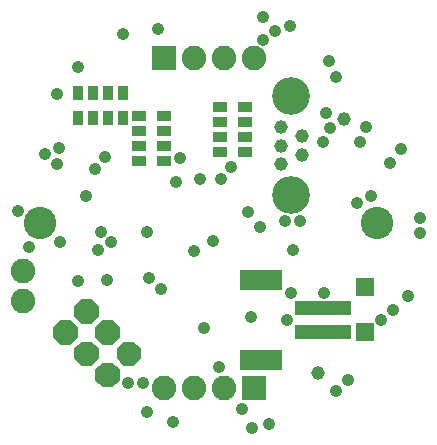
<source format=gbs>
G75*
G70*
%OFA0B0*%
%FSLAX24Y24*%
%IPPOS*%
%LPD*%
%AMOC8*
5,1,8,0,0,1.08239X$1,22.5*
%
%ADD10C,0.1080*%
%ADD11C,0.0820*%
%ADD12R,0.1891X0.0474*%
%ADD13R,0.1419X0.0710*%
%ADD14R,0.0631X0.0631*%
%ADD15C,0.0164*%
%ADD16C,0.0456*%
%ADD17C,0.1261*%
%ADD18R,0.0513X0.0375*%
%ADD19R,0.0375X0.0513*%
%ADD20R,0.0820X0.0820*%
%ADD21C,0.0420*%
D10*
X021890Y028500D03*
X033110Y028500D03*
D11*
X028000Y023000D03*
X027000Y023000D03*
X026000Y023000D03*
X021300Y025900D03*
X021300Y026900D03*
X027000Y034000D03*
X028000Y034000D03*
X029000Y034000D03*
D12*
X031307Y025644D03*
X031307Y024856D03*
D13*
X029259Y023911D03*
X029259Y026589D03*
D14*
X032700Y026348D03*
X032700Y024852D03*
D15*
X024875Y023898D02*
X024957Y023816D01*
X024685Y023816D01*
X024494Y024007D01*
X024494Y024279D01*
X024685Y024470D01*
X024957Y024470D01*
X025148Y024279D01*
X025148Y024007D01*
X024957Y023816D01*
X024906Y023939D01*
X024736Y023939D01*
X024617Y024058D01*
X024617Y024228D01*
X024736Y024347D01*
X024906Y024347D01*
X025025Y024228D01*
X025025Y024058D01*
X024906Y023939D01*
X024855Y024062D01*
X024787Y024062D01*
X024740Y024109D01*
X024740Y024177D01*
X024787Y024224D01*
X024855Y024224D01*
X024902Y024177D01*
X024902Y024109D01*
X024855Y024062D01*
X024168Y023191D02*
X024250Y023109D01*
X023978Y023109D01*
X023787Y023300D01*
X023787Y023572D01*
X023978Y023763D01*
X024250Y023763D01*
X024441Y023572D01*
X024441Y023300D01*
X024250Y023109D01*
X024199Y023232D01*
X024029Y023232D01*
X023910Y023351D01*
X023910Y023521D01*
X024029Y023640D01*
X024199Y023640D01*
X024318Y023521D01*
X024318Y023351D01*
X024199Y023232D01*
X024148Y023355D01*
X024080Y023355D01*
X024033Y023402D01*
X024033Y023470D01*
X024080Y023517D01*
X024148Y023517D01*
X024195Y023470D01*
X024195Y023402D01*
X024148Y023355D01*
X023461Y023898D02*
X023543Y023816D01*
X023271Y023816D01*
X023080Y024007D01*
X023080Y024279D01*
X023271Y024470D01*
X023543Y024470D01*
X023734Y024279D01*
X023734Y024007D01*
X023543Y023816D01*
X023492Y023939D01*
X023322Y023939D01*
X023203Y024058D01*
X023203Y024228D01*
X023322Y024347D01*
X023492Y024347D01*
X023611Y024228D01*
X023611Y024058D01*
X023492Y023939D01*
X023441Y024062D01*
X023373Y024062D01*
X023326Y024109D01*
X023326Y024177D01*
X023373Y024224D01*
X023441Y024224D01*
X023488Y024177D01*
X023488Y024109D01*
X023441Y024062D01*
X024168Y024605D02*
X024250Y024523D01*
X023978Y024523D01*
X023787Y024714D01*
X023787Y024986D01*
X023978Y025177D01*
X024250Y025177D01*
X024441Y024986D01*
X024441Y024714D01*
X024250Y024523D01*
X024199Y024646D01*
X024029Y024646D01*
X023910Y024765D01*
X023910Y024935D01*
X024029Y025054D01*
X024199Y025054D01*
X024318Y024935D01*
X024318Y024765D01*
X024199Y024646D01*
X024148Y024769D01*
X024080Y024769D01*
X024033Y024816D01*
X024033Y024884D01*
X024080Y024931D01*
X024148Y024931D01*
X024195Y024884D01*
X024195Y024816D01*
X024148Y024769D01*
X023461Y025312D02*
X023543Y025230D01*
X023271Y025230D01*
X023080Y025421D01*
X023080Y025693D01*
X023271Y025884D01*
X023543Y025884D01*
X023734Y025693D01*
X023734Y025421D01*
X023543Y025230D01*
X023492Y025353D01*
X023322Y025353D01*
X023203Y025472D01*
X023203Y025642D01*
X023322Y025761D01*
X023492Y025761D01*
X023611Y025642D01*
X023611Y025472D01*
X023492Y025353D01*
X023441Y025476D01*
X023373Y025476D01*
X023326Y025523D01*
X023326Y025591D01*
X023373Y025638D01*
X023441Y025638D01*
X023488Y025591D01*
X023488Y025523D01*
X023441Y025476D01*
X022754Y024605D02*
X022836Y024523D01*
X022564Y024523D01*
X022373Y024714D01*
X022373Y024986D01*
X022564Y025177D01*
X022836Y025177D01*
X023027Y024986D01*
X023027Y024714D01*
X022836Y024523D01*
X022785Y024646D01*
X022615Y024646D01*
X022496Y024765D01*
X022496Y024935D01*
X022615Y025054D01*
X022785Y025054D01*
X022904Y024935D01*
X022904Y024765D01*
X022785Y024646D01*
X022734Y024769D01*
X022666Y024769D01*
X022619Y024816D01*
X022619Y024884D01*
X022666Y024931D01*
X022734Y024931D01*
X022781Y024884D01*
X022781Y024816D01*
X022734Y024769D01*
D16*
X029896Y030440D03*
X030604Y030755D03*
X029896Y031070D03*
X029896Y031700D03*
X030604Y031385D03*
X032000Y031950D03*
X031150Y023500D03*
D17*
X030250Y029416D03*
X030250Y032724D03*
D18*
X028721Y032350D03*
X028721Y031850D03*
X028721Y031350D03*
X027879Y031350D03*
X027879Y031850D03*
X027879Y032350D03*
X026021Y032050D03*
X026021Y031550D03*
X026021Y031050D03*
X026021Y030550D03*
X025179Y030550D03*
X025179Y031050D03*
X025179Y031550D03*
X025179Y032050D03*
X027879Y030850D03*
X028721Y030850D03*
D19*
X024650Y031979D03*
X024150Y031979D03*
X023650Y031979D03*
X023150Y031979D03*
X023150Y032821D03*
X023650Y032821D03*
X024150Y032821D03*
X024650Y032821D03*
D20*
X026000Y034000D03*
X029000Y023000D03*
D21*
X026300Y021850D03*
X025450Y022200D03*
X025300Y023150D03*
X024800Y023150D03*
X027350Y025000D03*
X027850Y023700D03*
X028600Y022300D03*
X028950Y021650D03*
X029500Y021800D03*
X031750Y022900D03*
X032150Y023250D03*
X033250Y025250D03*
X033650Y025600D03*
X034150Y026050D03*
X034550Y028150D03*
X034550Y028650D03*
X032900Y029400D03*
X032450Y029150D03*
X033550Y030500D03*
X033900Y030950D03*
X032550Y031200D03*
X032750Y031700D03*
X031550Y031650D03*
X031300Y031200D03*
X031400Y032150D03*
X031750Y033350D03*
X031500Y033900D03*
X030200Y035050D03*
X029700Y034900D03*
X029300Y034600D03*
X029300Y035350D03*
X025800Y034950D03*
X024650Y034800D03*
X023150Y033700D03*
X022450Y032800D03*
X022500Y031000D03*
X022050Y030800D03*
X022450Y030450D03*
X023700Y030300D03*
X024050Y030700D03*
X023400Y029400D03*
X023900Y028200D03*
X024250Y027850D03*
X023800Y027600D03*
X024100Y026600D03*
X023150Y026550D03*
X022539Y027839D03*
X021500Y027700D03*
X021150Y028900D03*
X025450Y028200D03*
X025500Y026650D03*
X025913Y026300D03*
X027000Y027550D03*
X027650Y027900D03*
X028800Y028850D03*
X029200Y028350D03*
X030050Y028550D03*
X030550Y028550D03*
X030300Y027600D03*
X030250Y026150D03*
X030100Y025250D03*
X028900Y025350D03*
X031350Y026150D03*
X027900Y029950D03*
X028250Y030350D03*
X027200Y029950D03*
X026400Y029850D03*
X026550Y030650D03*
M02*

</source>
